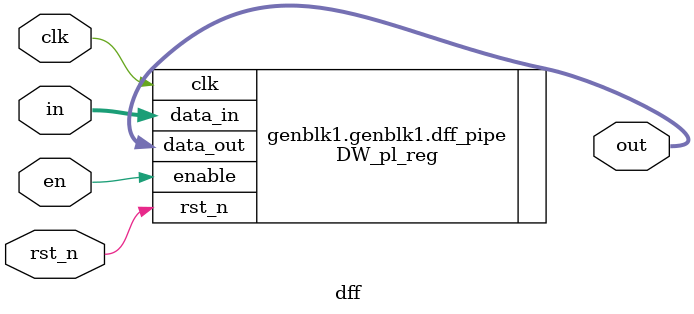
<source format=sv>
module dff #(
    parameter WIDTH      = 64, // Signal bit widths
    parameter PIPE_DEPTH = 1,  // Pipeline depth
    parameter OUT_REG    = 0   // Pipeline Is Retimeable
) (
    input  logic               clk,
    input  logic               rst_n,
    input  logic               en,
    input  logic [WIDTH - 1:0] in,
    output logic [WIDTH - 1:0] out
);

    if (PIPE_DEPTH == 0) begin
        assign out = in & {WIDTH{rst_n}};
    end
    else if (OUT_REG) begin
        DW_pl_reg #(
            .width      (WIDTH          ),
            .in_reg     (0              ),
            .stages     (PIPE_DEPTH     ),
            .out_reg    (1              ),
            .rst_mode   (0              )
        ) dff_pipe (
            .clk        (clk             ),
            .rst_n      (rst_n           ),
            .data_in    (in              ),
            .data_out   (out             ),
            .enable     ({PIPE_DEPTH{en}})
        );
    end
    else begin
        DW_pl_reg #(
            .width      (WIDTH          ),
            .in_reg     (0              ),
            .stages     (PIPE_DEPTH + 1 ),
            .out_reg    (0              ),
            .rst_mode   (0              )
        ) dff_pipe (
            .clk        (clk             ),
            .rst_n      (rst_n           ),
            .data_in    (in              ),
            .data_out   (out             ),
            .enable     ({PIPE_DEPTH{en}})
        );
    end

endmodule

</source>
